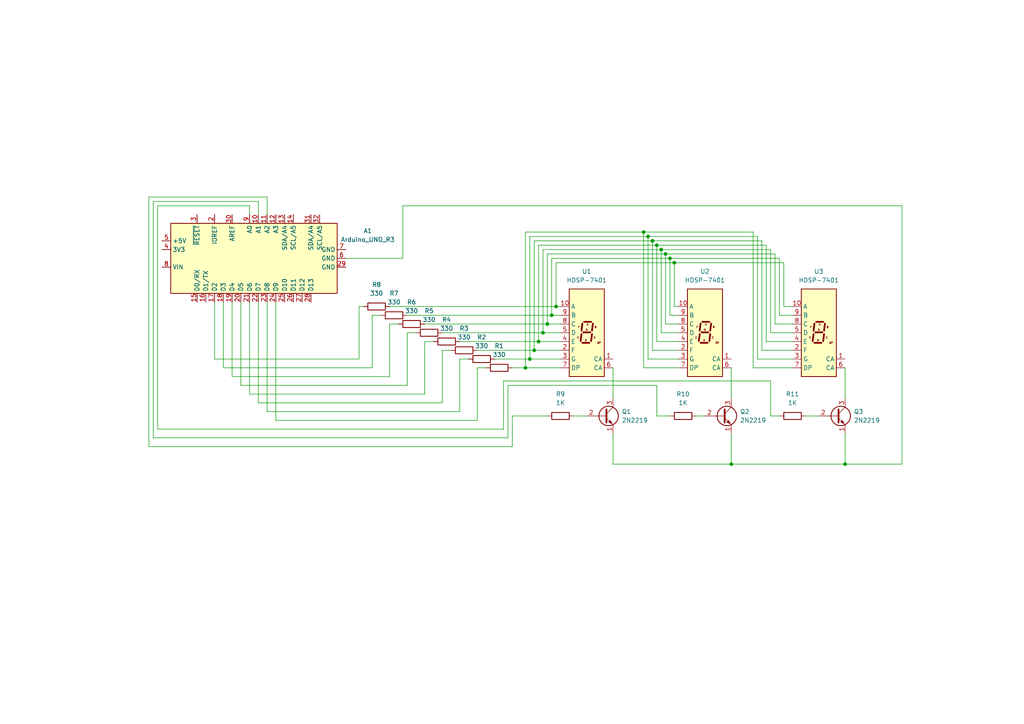
<source format=kicad_sch>
(kicad_sch (version 20250114) (generator "eeschema") (generator_version "9.0")
  (paper "A4")
  (lib_symbols
    (symbol "Device:R" (pin_numbers (hide yes)) (pin_names (offset 0))
      (property "Reference" "R" (at 2.032 0 90))
      (property "Value" "R" (at 0 0 90))
      (symbol "R_0_1"
        (rectangle (start -1.016 -2.54) (end 1.016 2.54) (stroke (width 0.254)))
      )
      (symbol "R_1_1"
        (pin passive line (at 0 3.81 270) (length 1.27) (name "~") (number "1"))
        (pin passive line (at 0 -3.81 90) (length 1.27) (name "~") (number "2"))
      )
    )
    (symbol "Display_Character:HDSP-7401"
      (property "Reference" "U" (at -3.81 13.97 0))
      (property "Value" "HDSP-7401" (at 6.35 13.97 0))
      (symbol "HDSP-7401_1_0"
        (text "E" (at -2.54 -1.397 0) (effects (font (size 0.508 0.508))))
        (text "F" (at -2.286 1.651 0) (effects (font (size 0.508 0.508))))
        (text "D" (at -0.254 -2.159 0) (effects (font (size 0.508 0.508))))
        (text "G" (at 0 0.889 0) (effects (font (size 0.508 0.508))))
        (text "A" (at 0.254 2.413 0) (effects (font (size 0.508 0.508))))
        (text "C" (at 2.286 -1.397 0) (effects (font (size 0.508 0.508))))
        (text "B" (at 2.54 1.651 0) (effects (font (size 0.508 0.508))))
        (text "DP" (at 3.556 -2.921 0) (effects (font (size 0.508 0.508))))
      )
      (symbol "HDSP-7401_1_1"
        (rectangle (start -5.08 12.7) (end 5.08 -12.7) (stroke (width 0.254)) (fill (type background)))
        (polyline (pts (xy -1.524 -0.381) (xy -1.778 -2.413)) (stroke (width 0.508)))
        (polyline (pts (xy -1.27 2.667) (xy -1.524 0.635)) (stroke (width 0.508)))
        (polyline (pts (xy -1.27 -2.921) (xy 0.762 -2.921)) (stroke (width 0.508)))
        (polyline (pts (xy -1.016 0.127) (xy 1.016 0.127)) (stroke (width 0.508)))
        (polyline (pts (xy -0.762 3.175) (xy 1.27 3.175)) (stroke (width 0.508)))
        (polyline (pts (xy 1.524 -0.381) (xy 1.27 -2.413)) (stroke (width 0.508)))
        (polyline (pts (xy 1.778 2.667) (xy 1.524 0.635)) (stroke (width 0.508)))
        (polyline (pts (xy 2.54 -2.921) (xy 2.54 -2.921)) (stroke (width 0.508)))
        (pin input line (at -7.62 7.62 0) (length 2.54) (name "A") (number "10"))
        (pin input line (at -7.62 5.08 0) (length 2.54) (name "B") (number "9"))
        (pin input line (at -7.62 2.54 0) (length 2.54) (name "C") (number "8"))
        (pin input line (at -7.62 0 0) (length 2.54) (name "D") (number "5"))
        (pin input line (at -7.62 -2.54 0) (length 2.54) (name "E") (number "4"))
        (pin input line (at -7.62 -5.08 0) (length 2.54) (name "F") (number "2"))
        (pin input line (at -7.62 -7.62 0) (length 2.54) (name "G") (number "3"))
        (pin input line (at -7.62 -10.16 0) (length 2.54) (name "DP") (number "7"))
        (pin input line (at 7.62 -7.62 180) (length 2.54) (name "CA") (number "1"))
        (pin input line (at 7.62 -10.16 180) (length 2.54) (name "CA") (number "6"))
      )
    )
    (symbol "MCU_Module:Arduino_UNO_R3"
      (property "Reference" "A" (at -10.16 23.495 0))
      (property "Value" "Arduino_UNO_R3" (at 5.08 -26.67 0))
      (symbol "Arduino_UNO_R3_0_1"
        (rectangle (start -10.16 22.86) (end 10.16 -25.4) (stroke (width 0.254)) (fill (type background)))
      )
      (symbol "Arduino_UNO_R3_1_1"
        (pin bidirectional line (at -12.7 15.24 0) (length 2.54) (name "D0/RX") (number "15"))
        (pin bidirectional line (at -12.7 12.7 0) (length 2.54) (name "D1/TX") (number "16"))
        (pin bidirectional line (at -12.7 10.16 0) (length 2.54) (name "D2") (number "17"))
        (pin bidirectional line (at -12.7 7.62 0) (length 2.54) (name "D3") (number "18"))
        (pin bidirectional line (at -12.7 5.08 0) (length 2.54) (name "D4") (number "19"))
        (pin bidirectional line (at -12.7 2.54 0) (length 2.54) (name "D5") (number "20"))
        (pin bidirectional line (at -12.7 0 0) (length 2.54) (name "D6") (number "21"))
        (pin bidirectional line (at -12.7 -2.54 0) (length 2.54) (name "D7") (number "22"))
        (pin bidirectional line (at -12.7 -5.08 0) (length 2.54) (name "D8") (number "23"))
        (pin bidirectional line (at -12.7 -7.62 0) (length 2.54) (name "D9") (number "24"))
        (pin bidirectional line (at -12.7 -10.16 0) (length 2.54) (name "D10") (number "25"))
        (pin bidirectional line (at -12.7 -12.7 0) (length 2.54) (name "D11") (number "26"))
        (pin bidirectional line (at -12.7 -15.24 0) (length 2.54) (name "D12") (number "27"))
        (pin bidirectional line (at -12.7 -17.78 0) (length 2.54) (name "D13") (number "28"))
        (pin no_connect line (at -10.16 -20.32 0) (length 2.54) (hide yes) (name "NC") (number "1"))
        (pin power_in line (at -2.54 25.4 270) (length 2.54) (name "VIN") (number "8"))
        (pin power_in line (at -2.54 -27.94 90) (length 2.54) (name "GND") (number "29"))
        (pin power_in line (at 0 -27.94 90) (length 2.54) (name "GND") (number "6"))
        (pin power_out line (at 2.54 25.4 270) (length 2.54) (name "3V3") (number "4"))
        (pin power_in line (at 2.54 -27.94 90) (length 2.54) (name "GND") (number "7"))
        (pin power_out line (at 5.08 25.4 270) (length 2.54) (name "+5V") (number "5"))
        (pin input line (at 12.7 15.24 180) (length 2.54) (name "~{RESET}") (number "3"))
        (pin output line (at 12.7 10.16 180) (length 2.54) (name "IOREF") (number "2"))
        (pin input line (at 12.7 5.08 180) (length 2.54) (name "AREF") (number "30"))
        (pin bidirectional line (at 12.7 0 180) (length 2.54) (name "A0") (number "9"))
        (pin bidirectional line (at 12.7 -2.54 180) (length 2.54) (name "A1") (number "10"))
        (pin bidirectional line (at 12.7 -5.08 180) (length 2.54) (name "A2") (number "11"))
        (pin bidirectional line (at 12.7 -7.62 180) (length 2.54) (name "A3") (number "12"))
        (pin bidirectional line (at 12.7 -10.16 180) (length 2.54) (name "SDA/A4") (number "13"))
        (pin bidirectional line (at 12.7 -12.7 180) (length 2.54) (name "SCL/A5") (number "14"))
        (pin bidirectional line (at 12.7 -17.78 180) (length 2.54) (name "SDA/A4") (number "31"))
        (pin bidirectional line (at 12.7 -20.32 180) (length 2.54) (name "SCL/A5") (number "32"))
      )
    )
    (symbol "Transistor_BJT:2N2219" (pin_names (offset 0) (hide yes))
      (property "Reference" "Q" (at 5.08 1.905 0))
      (property "Value" "2N2219" (at 5.08 0 0))
      (symbol "2N2219_0_1"
        (polyline (pts (xy -2.54 0) (xy 0.635 0)))
        (polyline (pts (xy 0.635 1.905) (xy 0.635 -1.905)) (stroke (width 0.508)))
        (circle (center 1.27 0) (radius 2.8194) (stroke (width 0.254)))
      )
      (symbol "2N2219_1_1"
        (polyline (pts (xy 0.635 0.635) (xy 2.54 2.54)))
        (polyline (pts (xy 0.635 -0.635) (xy 2.54 -2.54)))
        (polyline (pts (xy 1.27 -1.778) (xy 1.778 -1.27) (xy 2.286 -2.286) (xy 1.27 -1.778)) (fill (type outline)))
        (pin input line (at -5.08 0 0) (length 2.54) (name "B") (number "2"))
        (pin passive line (at 2.54 5.08 270) (length 2.54) (name "C") (number "3"))
        (pin passive line (at 2.54 -5.08 90) (length 2.54) (name "E") (number "1"))
      )
    )
  )
  (junction (at 187.96 68.58))
  (junction (at 245.11 134.62))
  (junction (at 193.04 73.66))
  (junction (at 156.21 99.06))
  (junction (at 158.75 93.98))
  (junction (at 152.4 106.68))
  (junction (at 160.02 91.44))
  (junction (at 186.69 67.31))
  (junction (at 194.31 74.93))
  (junction (at 190.5 71.12))
  (junction (at 157.48 96.52))
  (junction (at 189.23 69.85))
  (junction (at 161.29 88.9))
  (junction (at 154.94 101.6))
  (junction (at 195.58 76.2))
  (junction (at 153.67 104.14))
  (junction (at 191.77 72.39))
  (junction (at 212.09 134.62))
  (wire (pts (xy 74.93 116.84) (xy 128.27 116.84)))
  (wire (pts (xy 67.31 109.22) (xy 67.31 87.63)))
  (wire (pts (xy 162.56 104.14) (xy 153.67 104.14)))
  (wire (pts (xy 157.48 72.39) (xy 191.77 72.39)))
  (wire (pts (xy 161.29 76.2) (xy 195.58 76.2)))
  (wire (pts (xy 162.56 88.9) (xy 161.29 88.9)))
  (wire (pts (xy 189.23 69.85) (xy 189.23 101.6)))
  (wire (pts (xy 67.31 109.22) (xy 113.03 109.22)))
  (wire (pts (xy 133.35 104.14) (xy 133.35 119.38)))
  (wire (pts (xy 45.72 124.46) (xy 146.05 124.46)))
  (wire (pts (xy 193.04 73.66) (xy 224.79 73.66)))
  (wire (pts (xy 140.97 106.68) (xy 138.43 106.68)))
  (wire (pts (xy 44.45 127) (xy 147.32 127)))
  (wire (pts (xy 220.98 69.85) (xy 220.98 101.6)))
  (wire (pts (xy 196.85 96.52) (xy 191.77 96.52)))
  (wire (pts (xy 196.85 104.14) (xy 187.96 104.14)))
  (wire (pts (xy 43.18 129.54) (xy 43.18 57.15)))
  (wire (pts (xy 45.72 124.46) (xy 45.72 59.69)))
  (wire (pts (xy 148.59 120.65) (xy 148.59 129.54)))
  (wire (pts (xy 105.41 88.9) (xy 104.14 88.9)))
  (wire (pts (xy 224.79 73.66) (xy 224.79 93.98)))
  (wire (pts (xy 189.23 69.85) (xy 220.98 69.85)))
  (wire (pts (xy 218.44 106.68) (xy 229.87 106.68)))
  (wire (pts (xy 147.32 111.76) (xy 147.32 127)))
  (wire (pts (xy 146.05 124.46) (xy 146.05 110.49)))
  (wire (pts (xy 156.21 71.12) (xy 190.5 71.12)))
  (wire (pts (xy 226.06 74.93) (xy 226.06 91.44)))
  (wire (pts (xy 162.56 91.44) (xy 160.02 91.44)))
  (wire (pts (xy 233.68 120.65) (xy 237.49 120.65)))
  (wire (pts (xy 201.93 120.65) (xy 204.47 120.65)))
  (wire (pts (xy 120.65 96.52) (xy 118.11 96.52)))
  (wire (pts (xy 74.93 116.84) (xy 74.93 87.63)))
  (wire (pts (xy 138.43 101.6) (xy 154.94 101.6)))
  (wire (pts (xy 222.25 71.12) (xy 222.25 99.06)))
  (wire (pts (xy 196.85 91.44) (xy 194.31 91.44)))
  (wire (pts (xy 158.75 73.66) (xy 193.04 73.66)))
  (wire (pts (xy 195.58 76.2) (xy 195.58 88.9)))
  (wire (pts (xy 158.75 93.98) (xy 158.75 73.66)))
  (wire (pts (xy 69.85 111.76) (xy 118.11 111.76)))
  (wire (pts (xy 118.11 91.44) (xy 160.02 91.44)))
  (wire (pts (xy 162.56 93.98) (xy 158.75 93.98)))
  (wire (pts (xy 152.4 67.31) (xy 186.69 67.31)))
  (wire (pts (xy 223.52 96.52) (xy 229.87 96.52)))
  (wire (pts (xy 45.72 59.69) (xy 72.39 59.69)))
  (wire (pts (xy 62.23 104.14) (xy 104.14 104.14)))
  (wire (pts (xy 162.56 96.52) (xy 157.48 96.52)))
  (wire (pts (xy 157.48 96.52) (xy 157.48 72.39)))
  (wire (pts (xy 43.18 129.54) (xy 148.59 129.54)))
  (wire (pts (xy 191.77 72.39) (xy 191.77 96.52)))
  (wire (pts (xy 160.02 91.44) (xy 160.02 74.93)))
  (wire (pts (xy 212.09 125.73) (xy 212.09 134.62)))
  (wire (pts (xy 187.96 68.58) (xy 187.96 104.14)))
  (wire (pts (xy 115.57 93.98) (xy 113.03 93.98)))
  (wire (pts (xy 110.49 91.44) (xy 107.95 91.44)))
  (wire (pts (xy 177.8 134.62) (xy 212.09 134.62)))
  (wire (pts (xy 245.11 106.68) (xy 245.11 115.57)))
  (wire (pts (xy 177.8 125.73) (xy 177.8 134.62)))
  (wire (pts (xy 190.5 71.12) (xy 190.5 99.06)))
  (wire (pts (xy 123.19 99.06) (xy 123.19 114.3)))
  (wire (pts (xy 62.23 104.14) (xy 62.23 87.63)))
  (wire (pts (xy 72.39 114.3) (xy 72.39 87.63)))
  (wire (pts (xy 80.01 121.92) (xy 138.43 121.92)))
  (wire (pts (xy 125.73 99.06) (xy 123.19 99.06)))
  (wire (pts (xy 148.59 106.68) (xy 152.4 106.68)))
  (wire (pts (xy 80.01 121.92) (xy 80.01 87.63)))
  (wire (pts (xy 162.56 99.06) (xy 156.21 99.06)))
  (wire (pts (xy 74.93 58.42) (xy 74.93 62.23)))
  (wire (pts (xy 245.11 125.73) (xy 245.11 134.62)))
  (wire (pts (xy 194.31 74.93) (xy 194.31 91.44)))
  (wire (pts (xy 118.11 96.52) (xy 118.11 111.76)))
  (wire (pts (xy 212.09 106.68) (xy 212.09 115.57)))
  (wire (pts (xy 190.5 71.12) (xy 222.25 71.12)))
  (wire (pts (xy 113.03 93.98) (xy 113.03 109.22)))
  (wire (pts (xy 261.62 134.62) (xy 261.62 59.69)))
  (wire (pts (xy 212.09 134.62) (xy 245.11 134.62)))
  (wire (pts (xy 123.19 93.98) (xy 158.75 93.98)))
  (wire (pts (xy 194.31 120.65) (xy 190.5 120.65)))
  (wire (pts (xy 153.67 68.58) (xy 187.96 68.58)))
  (wire (pts (xy 223.52 120.65) (xy 226.06 120.65)))
  (wire (pts (xy 69.85 111.76) (xy 69.85 87.63)))
  (wire (pts (xy 223.52 72.39) (xy 223.52 96.52)))
  (wire (pts (xy 220.98 101.6) (xy 229.87 101.6)))
  (wire (pts (xy 135.89 104.14) (xy 133.35 104.14)))
  (wire (pts (xy 128.27 101.6) (xy 128.27 116.84)))
  (wire (pts (xy 138.43 106.68) (xy 138.43 121.92)))
  (wire (pts (xy 261.62 59.69) (xy 116.84 59.69)))
  (wire (pts (xy 223.52 110.49) (xy 223.52 120.65)))
  (wire (pts (xy 161.29 88.9) (xy 161.29 76.2)))
  (wire (pts (xy 194.31 74.93) (xy 226.06 74.93)))
  (wire (pts (xy 77.47 57.15) (xy 77.47 62.23)))
  (wire (pts (xy 222.25 99.06) (xy 229.87 99.06)))
  (wire (pts (xy 133.35 99.06) (xy 156.21 99.06)))
  (wire (pts (xy 160.02 74.93) (xy 194.31 74.93)))
  (wire (pts (xy 227.33 76.2) (xy 227.33 88.9)))
  (wire (pts (xy 186.69 67.31) (xy 186.69 106.68)))
  (wire (pts (xy 116.84 74.93) (xy 100.33 74.93)))
  (wire (pts (xy 72.39 114.3) (xy 123.19 114.3)))
  (wire (pts (xy 72.39 59.69) (xy 72.39 62.23)))
  (wire (pts (xy 190.5 111.76) (xy 147.32 111.76)))
  (wire (pts (xy 116.84 59.69) (xy 116.84 74.93)))
  (wire (pts (xy 162.56 101.6) (xy 154.94 101.6)))
  (wire (pts (xy 219.71 68.58) (xy 219.71 104.14)))
  (wire (pts (xy 196.85 101.6) (xy 189.23 101.6)))
  (wire (pts (xy 104.14 88.9) (xy 104.14 104.14)))
  (wire (pts (xy 156.21 99.06) (xy 156.21 71.12)))
  (wire (pts (xy 245.11 134.62) (xy 261.62 134.62)))
  (wire (pts (xy 107.95 91.44) (xy 107.95 106.68)))
  (wire (pts (xy 195.58 76.2) (xy 227.33 76.2)))
  (wire (pts (xy 196.85 88.9) (xy 195.58 88.9)))
  (wire (pts (xy 154.94 69.85) (xy 189.23 69.85)))
  (wire (pts (xy 128.27 96.52) (xy 157.48 96.52)))
  (wire (pts (xy 152.4 106.68) (xy 152.4 67.31)))
  (wire (pts (xy 77.47 119.38) (xy 77.47 87.63)))
  (wire (pts (xy 177.8 106.68) (xy 177.8 115.57)))
  (wire (pts (xy 166.37 120.65) (xy 170.18 120.65)))
  (wire (pts (xy 219.71 104.14) (xy 229.87 104.14)))
  (wire (pts (xy 227.33 88.9) (xy 229.87 88.9)))
  (wire (pts (xy 193.04 73.66) (xy 193.04 93.98)))
  (wire (pts (xy 186.69 67.31) (xy 218.44 67.31)))
  (wire (pts (xy 153.67 104.14) (xy 153.67 68.58)))
  (wire (pts (xy 130.81 101.6) (xy 128.27 101.6)))
  (wire (pts (xy 44.45 58.42) (xy 74.93 58.42)))
  (wire (pts (xy 190.5 120.65) (xy 190.5 111.76)))
  (wire (pts (xy 113.03 88.9) (xy 161.29 88.9)))
  (wire (pts (xy 43.18 57.15) (xy 77.47 57.15)))
  (wire (pts (xy 44.45 127) (xy 44.45 58.42)))
  (wire (pts (xy 191.77 72.39) (xy 223.52 72.39)))
  (wire (pts (xy 162.56 106.68) (xy 152.4 106.68)))
  (wire (pts (xy 154.94 101.6) (xy 154.94 69.85)))
  (wire (pts (xy 64.77 106.68) (xy 64.77 87.63)))
  (wire (pts (xy 77.47 119.38) (xy 133.35 119.38)))
  (wire (pts (xy 218.44 67.31) (xy 218.44 106.68)))
  (wire (pts (xy 224.79 93.98) (xy 229.87 93.98)))
  (wire (pts (xy 196.85 93.98) (xy 193.04 93.98)))
  (wire (pts (xy 196.85 106.68) (xy 186.69 106.68)))
  (wire (pts (xy 226.06 91.44) (xy 229.87 91.44)))
  (wire (pts (xy 146.05 110.49) (xy 223.52 110.49)))
  (wire (pts (xy 187.96 68.58) (xy 219.71 68.58)))
  (wire (pts (xy 158.75 120.65) (xy 148.59 120.65)))
  (wire (pts (xy 64.77 106.68) (xy 107.95 106.68)))
  (wire (pts (xy 143.51 104.14) (xy 153.67 104.14)))
  (wire (pts (xy 196.85 99.06) (xy 190.5 99.06)))
  (symbol (lib_id "Transistor_BJT:2N2219") (at 209.55 120.65 0) (unit 1)
    (property "Reference" "Q2" (at 214.63 119.3799 0) (effects (justify left)))
    (property "Value" "2N2219" (at 214.63 121.9199 0) (effects (justify left)))
    (property "Footprint" "Package_TO_SOT_THT:TO-39-3" (effects (hide yes)))
    (property "Datasheet" "http://www.onsemi.com/pub_link/Collateral/2N2219-D.PDF" (effects (hide yes)))
    (property "Description" "800mA Ic, 50V Vce, NPN Transistor, TO-39" (effects (hide yes)))
  )
  (symbol (lib_id "MCU_Module:Arduino_UNO_R3") (at 72.39 74.93 90) (unit 1)
    (property "Reference" "A1" (at 106.68 66.9446 90))
    (property "Value" "Arduino_UNO_R3" (at 106.68 69.4846 90))
    (property "Footprint" "Module:Arduino_UNO_R3" (effects (hide yes)))
    (property "Datasheet" "https://www.arduino.cc/en/Main/arduinoBoardUno" (effects (hide yes)))
    (property "Description" "Arduino UNO Microcontroller Module, release 3" (effects (hide yes)))
  )
  (symbol (lib_id "Device:R") (at 124.46 96.52 90) (unit 1)
    (property "Reference" "R5" (at 124.46 90.17 90))
    (property "Value" "330" (at 124.46 92.71 90))
    (property "Description" "Resistor" (effects (hide yes)))
  )
  (symbol (lib_id "Display_Character:HDSP-7401") (at 170.18 96.52 0) (unit 1)
    (property "Reference" "U1" (at 170.18 78.74 0))
    (property "Value" "HDSP-7401" (at 170.18 81.28 0))
    (property "Footprint" "Display_7Segment:HDSP-7401" (effects (hide yes)))
    (property "Datasheet" "https://docs.broadcom.com/docs/AV02-2553EN" (effects (hide yes)))
    (property "Description" "One digit 7 segment yellow, common anode" (effects (hide yes)))
  )
  (symbol (lib_id "Device:R") (at 134.62 101.6 90) (unit 1)
    (property "Reference" "R3" (at 134.62 95.25 90))
    (property "Value" "330" (at 134.62 97.79 90))
    (property "Description" "Resistor" (effects (hide yes)))
  )
  (symbol (lib_id "Device:R") (at 198.12 120.65 90) (unit 1)
    (property "Reference" "R10" (at 198.12 114.3 90))
    (property "Value" "1K" (at 198.12 116.84 90))
    (property "Description" "Resistor" (effects (hide yes)))
  )
  (symbol (lib_id "Device:R") (at 139.7 104.14 90) (unit 1)
    (property "Reference" "R2" (at 139.7 97.79 90))
    (property "Value" "330" (at 139.7 100.33 90))
    (property "Description" "Resistor" (effects (hide yes)))
  )
  (symbol (lib_id "Device:R") (at 114.3 91.44 90) (unit 1)
    (property "Reference" "R7" (at 114.3 85.09 90))
    (property "Value" "330" (at 114.3 87.63 90))
    (property "Description" "Resistor" (effects (hide yes)))
  )
  (symbol (lib_id "Device:R") (at 119.38 93.98 90) (unit 1)
    (property "Reference" "R6" (at 119.38 87.63 90))
    (property "Value" "330" (at 119.38 90.17 90))
    (property "Description" "Resistor" (effects (hide yes)))
  )
  (symbol (lib_id "Display_Character:HDSP-7401") (at 204.47 96.52 0) (unit 1)
    (property "Reference" "U2" (at 204.47 78.74 0))
    (property "Value" "HDSP-7401" (at 204.47 81.28 0))
    (property "Footprint" "Display_7Segment:HDSP-7401" (effects (hide yes)))
    (property "Datasheet" "https://docs.broadcom.com/docs/AV02-2553EN" (effects (hide yes)))
    (property "Description" "One digit 7 segment yellow, common anode" (effects (hide yes)))
  )
  (symbol (lib_id "Device:R") (at 162.56 120.65 90) (unit 1)
    (property "Reference" "R9" (at 162.56 114.3 90))
    (property "Value" "1K" (at 162.56 116.84 90))
    (property "Description" "Resistor" (effects (hide yes)))
  )
  (symbol (lib_id "Device:R") (at 109.22 88.9 90) (unit 1)
    (property "Reference" "R8" (at 109.22 82.55 90))
    (property "Value" "330" (at 109.22 85.09 90))
    (property "Description" "Resistor" (effects (hide yes)))
  )
  (symbol (lib_id "Device:R") (at 144.78 106.68 90) (unit 1)
    (property "Reference" "R1" (at 144.78 100.33 90))
    (property "Value" "330" (at 144.78 102.87 90))
    (property "Description" "Resistor" (effects (hide yes)))
  )
  (symbol (lib_id "Transistor_BJT:2N2219") (at 242.57 120.65 0) (unit 1)
    (property "Reference" "Q3" (at 247.65 119.3799 0) (effects (justify left)))
    (property "Value" "2N2219" (at 247.65 121.9199 0) (effects (justify left)))
    (property "Footprint" "Package_TO_SOT_THT:TO-39-3" (effects (hide yes)))
    (property "Datasheet" "http://www.onsemi.com/pub_link/Collateral/2N2219-D.PDF" (effects (hide yes)))
    (property "Description" "800mA Ic, 50V Vce, NPN Transistor, TO-39" (effects (hide yes)))
  )
  (symbol (lib_id "Transistor_BJT:2N2219") (at 175.26 120.65 0) (unit 1)
    (property "Reference" "Q1" (at 180.34 119.3799 0) (effects (justify left)))
    (property "Value" "2N2219" (at 180.34 121.9199 0) (effects (justify left)))
    (property "Footprint" "Package_TO_SOT_THT:TO-39-3" (effects (hide yes)))
    (property "Datasheet" "http://www.onsemi.com/pub_link/Collateral/2N2219-D.PDF" (effects (hide yes)))
    (property "Description" "800mA Ic, 50V Vce, NPN Transistor, TO-39" (effects (hide yes)))
  )
  (symbol (lib_id "Display_Character:HDSP-7401") (at 237.49 96.52 0) (unit 1)
    (property "Reference" "U3" (at 237.49 78.74 0))
    (property "Value" "HDSP-7401" (at 237.49 81.28 0))
    (property "Footprint" "Display_7Segment:HDSP-7401" (effects (hide yes)))
    (property "Datasheet" "https://docs.broadcom.com/docs/AV02-2553EN" (effects (hide yes)))
    (property "Description" "One digit 7 segment yellow, common anode" (effects (hide yes)))
  )
  (symbol (lib_id "Device:R") (at 229.87 120.65 90) (unit 1)
    (property "Reference" "R11" (at 229.87 114.3 90))
    (property "Value" "1K" (at 229.87 116.84 90))
    (property "Description" "Resistor" (effects (hide yes)))
  )
  (symbol (lib_id "Device:R") (at 129.54 99.06 90) (unit 1)
    (property "Reference" "R4" (at 129.54 92.71 90))
    (property "Value" "330" (at 129.54 95.25 90))
    (property "Description" "Resistor" (effects (hide yes)))
  )
)
</source>
